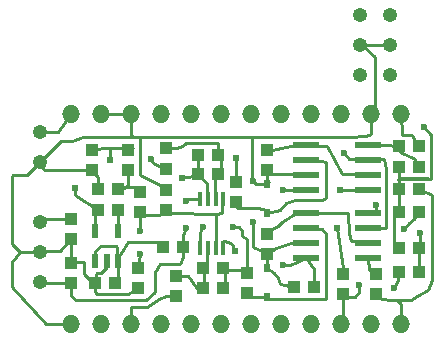
<source format=gtl>
G04 (created by PCBNEW (2013-jul-07)-stable) date Mon 28 Dec 2015 12:48:25 PM PST*
%MOIN*%
G04 Gerber Fmt 3.4, Leading zero omitted, Abs format*
%FSLAX34Y34*%
G01*
G70*
G90*
G04 APERTURE LIST*
%ADD10C,0.00393701*%
%ADD11R,0.0393X0.0433*%
%ADD12R,0.0433X0.0393*%
%ADD13R,0.0866X0.0236*%
%ADD14R,0.0236X0.0314*%
%ADD15O,0.048X0.048*%
%ADD16R,0.0216X0.0472*%
%ADD17O,0.06X0.06*%
%ADD18R,0.0118X0.0472*%
%ADD19C,0.0236*%
%ADD20C,0.024*%
%ADD21C,0.01*%
G04 APERTURE END LIST*
G54D10*
G54D11*
X60331Y-40666D03*
X60331Y-39998D03*
G54D12*
X62851Y-44132D03*
X62851Y-44800D03*
X64721Y-42064D03*
X65389Y-42064D03*
G54D13*
X61631Y-40357D03*
X63677Y-40357D03*
X61631Y-39857D03*
X61631Y-40857D03*
X61631Y-41357D03*
X63677Y-39857D03*
X63677Y-40857D03*
X63677Y-41357D03*
G54D12*
X59307Y-41061D03*
X59307Y-41729D03*
G54D14*
X60331Y-42123D03*
X60331Y-41139D03*
G54D11*
X54504Y-40666D03*
X54504Y-39998D03*
X53796Y-42321D03*
X53796Y-42989D03*
X53796Y-43777D03*
X53796Y-44445D03*
G54D15*
X52760Y-39407D03*
X52760Y-40407D03*
X52760Y-42407D03*
X52760Y-43407D03*
X52760Y-44407D03*
G54D12*
X61217Y-44584D03*
X61885Y-44584D03*
G54D11*
X56945Y-41336D03*
X56945Y-42004D03*
X57515Y-43245D03*
X56847Y-43245D03*
G54D12*
X54603Y-44426D03*
X55271Y-44426D03*
X55685Y-39998D03*
X55685Y-40666D03*
G54D16*
X54603Y-43717D03*
X54977Y-43717D03*
X55351Y-43717D03*
X55351Y-42695D03*
X54603Y-42695D03*
G54D12*
X55350Y-42025D03*
X54682Y-42025D03*
X54682Y-41316D03*
X55350Y-41316D03*
X56040Y-44603D03*
X56040Y-43935D03*
X56079Y-42083D03*
X56079Y-41415D03*
G54D17*
X53807Y-38796D03*
X54807Y-38796D03*
X55807Y-38796D03*
X56807Y-38796D03*
X57807Y-38796D03*
X58807Y-38796D03*
X59807Y-38796D03*
X60807Y-38796D03*
X61807Y-38796D03*
X62807Y-38796D03*
X63807Y-38796D03*
X64807Y-38796D03*
X53807Y-45804D03*
X54807Y-45804D03*
X55807Y-45804D03*
X56807Y-45804D03*
X57807Y-45804D03*
X58807Y-45804D03*
X59807Y-45804D03*
X60807Y-45804D03*
X61807Y-45804D03*
X62807Y-45804D03*
X63807Y-45804D03*
X64807Y-45804D03*
G54D11*
X60331Y-43461D03*
X60331Y-42793D03*
G54D12*
X63953Y-44132D03*
X63953Y-44800D03*
X64721Y-41316D03*
X65389Y-41316D03*
G54D13*
X61631Y-42602D03*
X63677Y-42602D03*
X61631Y-42102D03*
X61631Y-43102D03*
X61631Y-43602D03*
X63677Y-42102D03*
X63677Y-43102D03*
X63677Y-43602D03*
G54D12*
X59662Y-44092D03*
X59662Y-44760D03*
G54D14*
X60331Y-44918D03*
X60331Y-43934D03*
G54D12*
X56945Y-39958D03*
X56945Y-40626D03*
G54D11*
X58028Y-40174D03*
X58696Y-40174D03*
G54D12*
X58696Y-40804D03*
X58028Y-40804D03*
G54D18*
X58097Y-41627D03*
X58353Y-41627D03*
X58608Y-41627D03*
X58864Y-41627D03*
X58864Y-43289D03*
X58608Y-43289D03*
X58353Y-43289D03*
X58097Y-43289D03*
G54D12*
X57299Y-44210D03*
X57299Y-44878D03*
G54D11*
X58854Y-43954D03*
X58186Y-43954D03*
G54D12*
X58186Y-44623D03*
X58854Y-44623D03*
X64721Y-40568D03*
X65389Y-40568D03*
X64721Y-43285D03*
X65389Y-43285D03*
G54D15*
X64414Y-36513D03*
X64414Y-37513D03*
X64414Y-35513D03*
X63414Y-35513D03*
X63414Y-36513D03*
X63414Y-37513D03*
G54D12*
X65389Y-39859D03*
X64721Y-39859D03*
X64721Y-44072D03*
X65389Y-44072D03*
G54D19*
X59858Y-42418D03*
X59858Y-41041D03*
X65567Y-39229D03*
X63402Y-44505D03*
X64898Y-42655D03*
X63953Y-41828D03*
X65410Y-42773D03*
X56473Y-40292D03*
X58205Y-42576D03*
X59189Y-42576D03*
G54D20*
X59283Y-40275D03*
X57488Y-40956D03*
G54D19*
X64544Y-44623D03*
G54D20*
X62659Y-42620D03*
X62768Y-41343D03*
G54D19*
X56079Y-42694D03*
X56079Y-43481D03*
X57614Y-41710D03*
X57614Y-42615D03*
G54D20*
X59267Y-43360D03*
G54D19*
X62890Y-40096D03*
X60843Y-41355D03*
X60843Y-43836D03*
G54D20*
X55076Y-40342D03*
X53925Y-41272D03*
G54D21*
X64709Y-40952D02*
X64709Y-40947D01*
X64709Y-41049D02*
X64709Y-41411D01*
X64709Y-41411D02*
X64721Y-41316D01*
X64709Y-40952D02*
X64721Y-40568D01*
X60616Y-43289D02*
X60340Y-43438D01*
X60340Y-43438D02*
X60331Y-43934D01*
X61137Y-43092D02*
X60616Y-43289D01*
X60616Y-43289D02*
X60331Y-43462D01*
X61137Y-43092D02*
X61630Y-43102D01*
X65388Y-40947D02*
X64709Y-40947D01*
X65675Y-40936D02*
X65388Y-40947D01*
X63817Y-38811D02*
X63820Y-38808D01*
X63817Y-38811D02*
X63807Y-38796D01*
X60340Y-40736D02*
X60340Y-40794D01*
X60340Y-40794D02*
X60331Y-41139D01*
X60340Y-40736D02*
X60331Y-40666D01*
X61609Y-40794D02*
X61240Y-40822D01*
X60391Y-41070D02*
X60331Y-41139D01*
X61609Y-40794D02*
X61630Y-40857D01*
X56040Y-44603D02*
X55705Y-44800D01*
X55705Y-44800D02*
X55331Y-44820D01*
X55331Y-44820D02*
X54662Y-44820D01*
X54662Y-44820D02*
X54583Y-44741D01*
X54583Y-44741D02*
X54583Y-44446D01*
X54583Y-44446D02*
X54603Y-44426D01*
X60331Y-43934D02*
X60547Y-44092D01*
X60547Y-44092D02*
X60685Y-44269D01*
X60685Y-44269D02*
X60764Y-44485D01*
X60764Y-44485D02*
X61217Y-44584D01*
X61630Y-40857D02*
X61762Y-40818D01*
X61762Y-40818D02*
X61788Y-40844D01*
X61630Y-43102D02*
X61290Y-43062D01*
X61290Y-43062D02*
X61236Y-43088D01*
X61236Y-43088D02*
X61315Y-43048D01*
X59858Y-42418D02*
X59858Y-43245D01*
X59858Y-43245D02*
X60173Y-43363D01*
X60173Y-43363D02*
X60469Y-43363D01*
X60469Y-43363D02*
X60331Y-43462D01*
X63414Y-36513D02*
X63481Y-36513D01*
X64414Y-36513D02*
X63481Y-36513D01*
X63481Y-36513D02*
X63914Y-36907D01*
X63914Y-36907D02*
X63914Y-38690D01*
X63914Y-38690D02*
X63807Y-38796D01*
X54504Y-40666D02*
X52902Y-40666D01*
X52902Y-40666D02*
X52760Y-40407D01*
X52772Y-43363D02*
X52752Y-43383D01*
X52752Y-43383D02*
X52733Y-43403D01*
X52733Y-43403D02*
X52103Y-43403D01*
X52103Y-43403D02*
X51827Y-43127D01*
X51827Y-43127D02*
X51827Y-40883D01*
X51827Y-40883D02*
X51866Y-40844D01*
X51866Y-40844D02*
X52323Y-40844D01*
X52323Y-40844D02*
X52760Y-40407D01*
X64709Y-40952D02*
X64709Y-41049D01*
X64709Y-41049D02*
X64701Y-40962D01*
X64701Y-40962D02*
X65803Y-40962D01*
X65803Y-40962D02*
X65803Y-39505D01*
X65803Y-39505D02*
X65567Y-39229D01*
X63638Y-39544D02*
X63008Y-39584D01*
X59819Y-39584D02*
X56079Y-39584D01*
X56079Y-39584D02*
X55882Y-39584D01*
X55882Y-39584D02*
X54189Y-39584D01*
X54189Y-39584D02*
X53835Y-39702D01*
X53835Y-39702D02*
X53465Y-39702D01*
X53465Y-39702D02*
X52760Y-40407D01*
X63008Y-39584D02*
X59819Y-39584D01*
X59819Y-39584D02*
X59819Y-41001D01*
X59819Y-41001D02*
X59858Y-41041D01*
X56945Y-41336D02*
X56945Y-41277D01*
X56945Y-41277D02*
X56079Y-40844D01*
X56079Y-40844D02*
X56079Y-39584D01*
X54681Y-41316D02*
X54681Y-40903D01*
X54681Y-40903D02*
X54622Y-40844D01*
X54622Y-40844D02*
X54504Y-40666D01*
X54977Y-43718D02*
X54977Y-43915D01*
X54977Y-43915D02*
X54780Y-44111D01*
X54780Y-44111D02*
X54662Y-44111D01*
X54662Y-44111D02*
X54622Y-44151D01*
X54622Y-44151D02*
X54622Y-44407D01*
X54622Y-44407D02*
X54603Y-44426D01*
X54583Y-44446D02*
X54524Y-44446D01*
X54524Y-44446D02*
X54229Y-44151D01*
X54229Y-44151D02*
X54229Y-43757D01*
X54229Y-43757D02*
X53815Y-43757D01*
X53815Y-43757D02*
X53796Y-43777D01*
X53796Y-43777D02*
X53796Y-42989D01*
X52772Y-43363D02*
X53421Y-43363D01*
X53421Y-43363D02*
X53796Y-42989D01*
X52760Y-43407D02*
X52760Y-43391D01*
X52760Y-43391D02*
X52752Y-43383D01*
X64721Y-41316D02*
X64721Y-42064D01*
X64721Y-42064D02*
X64544Y-42222D01*
X64544Y-42222D02*
X64544Y-43285D01*
X64544Y-43285D02*
X64721Y-43285D01*
X64721Y-43285D02*
X64721Y-43304D01*
X64721Y-43304D02*
X64622Y-43403D01*
X64622Y-43403D02*
X64662Y-43265D01*
X64662Y-43265D02*
X64721Y-43285D01*
X61240Y-40822D02*
X60487Y-40822D01*
X60487Y-40822D02*
X60331Y-40666D01*
X60331Y-41139D02*
X59957Y-41139D01*
X59957Y-41139D02*
X59858Y-41041D01*
X63638Y-39544D02*
X63796Y-39478D01*
X63796Y-39478D02*
X63807Y-38796D01*
X53807Y-45804D02*
X52969Y-45804D01*
X52969Y-45804D02*
X51827Y-44584D01*
X51827Y-44584D02*
X51827Y-43757D01*
X51827Y-43757D02*
X52103Y-43403D01*
X54807Y-38796D02*
X55807Y-38796D01*
X55807Y-38796D02*
X55807Y-39509D01*
X55807Y-39509D02*
X55882Y-39584D01*
X65390Y-42064D02*
X65233Y-42320D01*
X65233Y-42320D02*
X65055Y-42458D01*
X65055Y-42458D02*
X64898Y-42655D01*
X63402Y-44505D02*
X63402Y-44741D01*
X63402Y-44741D02*
X63244Y-44899D01*
X63244Y-44899D02*
X62870Y-44899D01*
X62870Y-44899D02*
X62851Y-44800D01*
X62870Y-44899D02*
X62870Y-45741D01*
X62870Y-45741D02*
X62807Y-45804D01*
X60011Y-41946D02*
X60301Y-42024D01*
X59330Y-41934D02*
X60011Y-41946D01*
X60301Y-42024D02*
X60331Y-42123D01*
X59330Y-41934D02*
X59307Y-41729D01*
X60949Y-41788D02*
X60745Y-42024D01*
X61248Y-41686D02*
X60949Y-41788D01*
X62152Y-41686D02*
X61248Y-41686D01*
X62281Y-41596D02*
X62152Y-41686D01*
X62281Y-40417D02*
X62281Y-41596D01*
X61971Y-40342D02*
X62281Y-40417D01*
X61700Y-40342D02*
X61971Y-40342D01*
X60745Y-42024D02*
X60331Y-42123D01*
X61700Y-40342D02*
X61630Y-40357D01*
X63677Y-43602D02*
X63717Y-44013D01*
X63717Y-44013D02*
X63953Y-44131D01*
X59775Y-44904D02*
X60250Y-44904D01*
X59684Y-44814D02*
X59775Y-44904D01*
X60250Y-44904D02*
X60331Y-44918D01*
X59684Y-44814D02*
X59662Y-44761D01*
X61630Y-42602D02*
X62168Y-42641D01*
X62168Y-42641D02*
X62299Y-42812D01*
X62299Y-42812D02*
X62299Y-44978D01*
X62299Y-44978D02*
X60351Y-44978D01*
X60351Y-44978D02*
X60331Y-44918D01*
X65390Y-44072D02*
X65390Y-43285D01*
X63677Y-42102D02*
X63953Y-42064D01*
X63953Y-42064D02*
X63953Y-41828D01*
X65410Y-42773D02*
X65410Y-43107D01*
X65410Y-43107D02*
X65390Y-43285D01*
X58058Y-44723D02*
X57701Y-44212D01*
X58227Y-44656D02*
X58058Y-44723D01*
X57701Y-44212D02*
X57299Y-44210D01*
X58227Y-44656D02*
X58185Y-44623D01*
X58239Y-44578D02*
X58239Y-44091D01*
X58239Y-44091D02*
X58185Y-43954D01*
X58239Y-44578D02*
X58185Y-44623D01*
X58329Y-43910D02*
X58329Y-43368D01*
X58239Y-44001D02*
X58329Y-43910D01*
X58329Y-43368D02*
X58352Y-43290D01*
X58239Y-44001D02*
X58185Y-43954D01*
X56945Y-40627D02*
X56925Y-40627D01*
X56925Y-40627D02*
X56512Y-40450D01*
X56512Y-40450D02*
X56473Y-40292D01*
X57299Y-44879D02*
X56965Y-44879D01*
X56965Y-44879D02*
X56709Y-44978D01*
X56709Y-44978D02*
X56315Y-45253D01*
X56315Y-45253D02*
X55803Y-45253D01*
X55803Y-45253D02*
X55803Y-45800D01*
X55803Y-45800D02*
X55807Y-45804D01*
X64116Y-44948D02*
X64014Y-44869D01*
X64017Y-44927D02*
X64116Y-44948D01*
X64390Y-45006D02*
X64017Y-44927D01*
X65110Y-45018D02*
X64672Y-45006D01*
X64672Y-45006D02*
X64390Y-45006D01*
X65333Y-44860D02*
X65110Y-45018D01*
X65701Y-44689D02*
X65333Y-44860D01*
X65819Y-44329D02*
X65701Y-44689D01*
X65826Y-41501D02*
X65819Y-44329D01*
X64014Y-44869D02*
X63953Y-44800D01*
X65826Y-41501D02*
X65390Y-41316D01*
X64807Y-45804D02*
X64807Y-45141D01*
X64807Y-45141D02*
X64672Y-45006D01*
X58910Y-44538D02*
X58855Y-44623D01*
X58910Y-44538D02*
X58910Y-44010D01*
X58910Y-44010D02*
X58855Y-43954D01*
X58910Y-44010D02*
X59580Y-44010D01*
X59580Y-44010D02*
X59662Y-44092D01*
X58096Y-43290D02*
X58096Y-42763D01*
X58096Y-42763D02*
X58166Y-42576D01*
X58166Y-42576D02*
X58205Y-42576D01*
X59189Y-42576D02*
X59386Y-42576D01*
X59386Y-42576D02*
X59504Y-42694D01*
X59504Y-42694D02*
X59504Y-42891D01*
X59504Y-42891D02*
X59662Y-42970D01*
X59662Y-42970D02*
X59662Y-44092D01*
X58781Y-40104D02*
X58781Y-40827D01*
X58781Y-40827D02*
X58697Y-40804D01*
X58781Y-40104D02*
X58697Y-40174D01*
X58600Y-41019D02*
X58600Y-41561D01*
X58584Y-40838D02*
X58600Y-41019D01*
X58600Y-41561D02*
X58608Y-41626D01*
X58584Y-40838D02*
X58697Y-40804D01*
X56945Y-39958D02*
X57319Y-39958D01*
X57319Y-39958D02*
X57496Y-39859D01*
X57496Y-39859D02*
X57575Y-39820D01*
X57575Y-39820D02*
X57614Y-39781D01*
X57614Y-39781D02*
X58677Y-39781D01*
X58677Y-39781D02*
X58677Y-40076D01*
X58677Y-40076D02*
X58697Y-40174D01*
X59279Y-40940D02*
X59358Y-41042D01*
X59283Y-40275D02*
X59279Y-40940D01*
X58058Y-40838D02*
X57488Y-40956D01*
X59358Y-41042D02*
X59307Y-41060D01*
X58058Y-40838D02*
X58028Y-40804D01*
X58030Y-40197D02*
X58148Y-40025D01*
X58148Y-40025D02*
X58028Y-40174D01*
X58030Y-40197D02*
X58028Y-40804D01*
X58329Y-41137D02*
X58329Y-41561D01*
X58148Y-40956D02*
X58329Y-41137D01*
X58329Y-41561D02*
X58352Y-41626D01*
X58148Y-40956D02*
X58028Y-40804D01*
X65145Y-39511D02*
X65342Y-39958D01*
X64811Y-39492D02*
X65145Y-39511D01*
X65342Y-39958D02*
X65390Y-39859D01*
X64811Y-39492D02*
X64807Y-38796D01*
X64544Y-44623D02*
X64701Y-44328D01*
X64701Y-44328D02*
X64721Y-44072D01*
X61598Y-39789D02*
X60497Y-40025D01*
X61609Y-39800D02*
X61598Y-39789D01*
X60497Y-40025D02*
X60331Y-39997D01*
X61609Y-39800D02*
X61630Y-39857D01*
X62835Y-40794D02*
X63597Y-40794D01*
X62325Y-39891D02*
X62835Y-40794D01*
X61700Y-39891D02*
X62325Y-39891D01*
X63597Y-40794D02*
X63677Y-40857D01*
X61700Y-39891D02*
X61630Y-39857D01*
X62872Y-43942D02*
X62833Y-44188D01*
X62659Y-42620D02*
X62872Y-43942D01*
X63196Y-41343D02*
X62768Y-41343D01*
X63597Y-41336D02*
X63196Y-41343D01*
X62833Y-44188D02*
X62851Y-44131D01*
X63597Y-41336D02*
X63677Y-41357D01*
X54603Y-43718D02*
X54603Y-43383D01*
X54603Y-43383D02*
X54780Y-43206D01*
X54780Y-43206D02*
X55292Y-43206D01*
X55292Y-43206D02*
X55331Y-43245D01*
X55331Y-43245D02*
X55331Y-43698D01*
X55331Y-43698D02*
X55351Y-43718D01*
X55351Y-43718D02*
X55351Y-44348D01*
X55351Y-44348D02*
X55272Y-44426D01*
X55351Y-43718D02*
X55292Y-43718D01*
X55292Y-43718D02*
X55685Y-43088D01*
X55685Y-43088D02*
X56768Y-43088D01*
X56768Y-43088D02*
X56847Y-43245D01*
X60701Y-42527D02*
X60497Y-42645D01*
X60815Y-42414D02*
X60701Y-42527D01*
X61295Y-42099D02*
X60815Y-42414D01*
X60497Y-42645D02*
X60331Y-42792D01*
X61295Y-42099D02*
X61630Y-42102D01*
X63111Y-43041D02*
X63637Y-43081D01*
X63073Y-42768D02*
X63111Y-43041D01*
X63038Y-42099D02*
X63073Y-42768D01*
X63637Y-43081D02*
X63677Y-43102D01*
X63038Y-42099D02*
X61630Y-42102D01*
X55685Y-40666D02*
X55685Y-41159D01*
X55685Y-41159D02*
X55567Y-41277D01*
X55567Y-41277D02*
X55390Y-41277D01*
X55390Y-41277D02*
X55351Y-41316D01*
X55351Y-41316D02*
X55488Y-41237D01*
X55488Y-41237D02*
X55882Y-41237D01*
X55882Y-41237D02*
X56079Y-41415D01*
X55351Y-42694D02*
X55351Y-42025D01*
X58608Y-43290D02*
X58608Y-42133D01*
X58608Y-42133D02*
X58835Y-42103D01*
X58835Y-42103D02*
X58835Y-41655D01*
X58835Y-41655D02*
X58864Y-41626D01*
X56079Y-42084D02*
X56256Y-42163D01*
X56256Y-42163D02*
X56709Y-42182D01*
X56709Y-42182D02*
X56906Y-42044D01*
X56906Y-42044D02*
X56945Y-42005D01*
X56945Y-42005D02*
X57141Y-42123D01*
X57141Y-42123D02*
X58608Y-42133D01*
X56079Y-42084D02*
X56079Y-42694D01*
X56079Y-43481D02*
X56040Y-43934D01*
X64318Y-39840D02*
X64631Y-39879D01*
X64631Y-39879D02*
X64721Y-39859D01*
X64318Y-39840D02*
X63677Y-39857D01*
X65263Y-40315D02*
X65381Y-40665D01*
X64760Y-40088D02*
X65263Y-40315D01*
X65381Y-40665D02*
X65390Y-40568D01*
X64760Y-40088D02*
X64721Y-39859D01*
X52780Y-44426D02*
X52760Y-44407D01*
X53796Y-44446D02*
X52799Y-44446D01*
X52799Y-44446D02*
X52760Y-44407D01*
X58096Y-41626D02*
X57658Y-41626D01*
X57658Y-41626D02*
X57614Y-41670D01*
X57614Y-41670D02*
X57614Y-41710D01*
X57614Y-42615D02*
X57516Y-42852D01*
X57516Y-42852D02*
X57516Y-43245D01*
X57516Y-43245D02*
X57516Y-43580D01*
X57516Y-43580D02*
X57418Y-43796D01*
X57418Y-43796D02*
X56748Y-43796D01*
X56748Y-43796D02*
X56591Y-44072D01*
X56591Y-44072D02*
X56591Y-44741D01*
X56591Y-44741D02*
X56276Y-45017D01*
X56276Y-45017D02*
X53953Y-45017D01*
X53953Y-45017D02*
X53796Y-44859D01*
X53796Y-44859D02*
X53796Y-44446D01*
X58859Y-43054D02*
X58859Y-43242D01*
X59052Y-43059D02*
X58859Y-43054D01*
X59035Y-43059D02*
X59052Y-43059D01*
X59149Y-43133D02*
X59035Y-43059D01*
X59267Y-43360D02*
X59149Y-43133D01*
X58859Y-43242D02*
X58864Y-43290D01*
X53796Y-42320D02*
X52768Y-42320D01*
X52768Y-42320D02*
X52760Y-42407D01*
X53341Y-39408D02*
X52889Y-39408D01*
X53765Y-38826D02*
X53341Y-39408D01*
X52889Y-39408D02*
X52760Y-39407D01*
X53765Y-38826D02*
X53807Y-38796D01*
X61886Y-44584D02*
X61886Y-43976D01*
X61886Y-43976D02*
X61630Y-43602D01*
X63677Y-40357D02*
X63427Y-40318D01*
X63427Y-40318D02*
X63047Y-40292D01*
X63047Y-40292D02*
X62890Y-40096D01*
X63677Y-40357D02*
X64215Y-40318D01*
X64215Y-40318D02*
X64307Y-40647D01*
X64307Y-40647D02*
X64307Y-42615D01*
X64307Y-42615D02*
X63742Y-42615D01*
X63742Y-42615D02*
X63677Y-42602D01*
X61630Y-43602D02*
X61081Y-43838D01*
X61081Y-43838D02*
X60843Y-43836D01*
X60843Y-41355D02*
X61433Y-41355D01*
X61433Y-41355D02*
X61396Y-41316D01*
X61396Y-41316D02*
X61630Y-41357D01*
X61630Y-41357D02*
X61632Y-41318D01*
X55855Y-39946D02*
X55076Y-39946D01*
X55076Y-39946D02*
X54861Y-39946D01*
X54861Y-39946D02*
X54504Y-39997D01*
X55855Y-39946D02*
X55685Y-39997D01*
X54599Y-42539D02*
X54603Y-42694D01*
X55076Y-40342D02*
X55076Y-39946D01*
X54599Y-42539D02*
X54599Y-42107D01*
X54599Y-42107D02*
X54681Y-42025D01*
X54681Y-42025D02*
X53933Y-41516D01*
X53933Y-41516D02*
X53925Y-41272D01*
M02*

</source>
